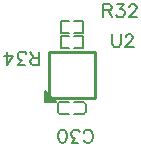
<source format=gto>
G04 Layer: TopSilkscreenLayer*
G04 EasyEDA v6.5.51, 2025-10-03 12:57:00*
G04 1774a4c295a541ecbbde68075a457707,a9d25c5918c043fd81c0204b4de1b791,10*
G04 Gerber Generator version 0.2*
G04 Scale: 100 percent, Rotated: No, Reflected: No *
G04 Dimensions in millimeters *
G04 leading zeros omitted , absolute positions ,4 integer and 5 decimal *
%FSLAX45Y45*%
%MOMM*%

%ADD10C,0.1524*%
%ADD11C,0.1520*%
%ADD12C,0.2540*%
%ADD13C,0.0143*%

%LPD*%
D10*
X1763516Y6374892D02*
G01*
X1768850Y6364478D01*
X1779264Y6354063D01*
X1789424Y6348984D01*
X1810252Y6348984D01*
X1820666Y6354063D01*
X1831080Y6364478D01*
X1836414Y6374892D01*
X1841494Y6390639D01*
X1841494Y6416547D01*
X1836414Y6432042D01*
X1831080Y6442455D01*
X1820666Y6452870D01*
X1810252Y6457950D01*
X1789424Y6457950D01*
X1779264Y6452870D01*
X1768850Y6442455D01*
X1763516Y6432042D01*
X1718812Y6348984D02*
G01*
X1661662Y6348984D01*
X1692904Y6390639D01*
X1677410Y6390639D01*
X1666996Y6395720D01*
X1661662Y6400800D01*
X1656582Y6416547D01*
X1656582Y6426962D01*
X1661662Y6442455D01*
X1672076Y6452870D01*
X1687824Y6457950D01*
X1703318Y6457950D01*
X1718812Y6452870D01*
X1724146Y6447789D01*
X1729226Y6437376D01*
X1591050Y6348984D02*
G01*
X1606544Y6354063D01*
X1616958Y6369812D01*
X1622292Y6395720D01*
X1622292Y6411213D01*
X1616958Y6437376D01*
X1606544Y6452870D01*
X1591050Y6457950D01*
X1580636Y6457950D01*
X1565142Y6452870D01*
X1554728Y6437376D01*
X1549394Y6411213D01*
X1549394Y6395720D01*
X1554728Y6369812D01*
X1565142Y6354063D01*
X1580636Y6348984D01*
X1591050Y6348984D01*
X2006617Y7265413D02*
G01*
X2006617Y7187435D01*
X2011697Y7171941D01*
X2022111Y7161527D01*
X2037859Y7156447D01*
X2048273Y7156447D01*
X2063767Y7161527D01*
X2074181Y7171941D01*
X2079261Y7187435D01*
X2079261Y7265413D01*
X2118885Y7239505D02*
G01*
X2118885Y7244585D01*
X2123965Y7254999D01*
X2129299Y7260333D01*
X2139713Y7265413D01*
X2160287Y7265413D01*
X2170701Y7260333D01*
X2176035Y7254999D01*
X2181115Y7244585D01*
X2181115Y7234171D01*
X2176035Y7223757D01*
X2165621Y7208263D01*
X2113551Y7156447D01*
X2186449Y7156447D01*
X1930392Y7519410D02*
G01*
X1930392Y7410444D01*
X1930392Y7519410D02*
G01*
X1977128Y7519410D01*
X1992622Y7514330D01*
X1997956Y7508996D01*
X2003036Y7498582D01*
X2003036Y7488168D01*
X1997956Y7477754D01*
X1992622Y7472674D01*
X1977128Y7467594D01*
X1930392Y7467594D01*
X1966714Y7467594D02*
G01*
X2003036Y7410444D01*
X2047740Y7519410D02*
G01*
X2104890Y7519410D01*
X2073902Y7477754D01*
X2089396Y7477754D01*
X2099810Y7472674D01*
X2104890Y7467594D01*
X2110224Y7451846D01*
X2110224Y7441432D01*
X2104890Y7425938D01*
X2094476Y7415524D01*
X2078982Y7410444D01*
X2063488Y7410444D01*
X2047740Y7415524D01*
X2042660Y7420604D01*
X2037326Y7431018D01*
X2149594Y7493502D02*
G01*
X2149594Y7498582D01*
X2154928Y7508996D01*
X2160008Y7514330D01*
X2170422Y7519410D01*
X2191250Y7519410D01*
X2201664Y7514330D01*
X2206744Y7508996D01*
X2212078Y7498582D01*
X2212078Y7488168D01*
X2206744Y7477754D01*
X2196330Y7462260D01*
X2144514Y7410444D01*
X2217158Y7410444D01*
X1384294Y7009378D02*
G01*
X1384294Y7118344D01*
X1384294Y7009378D02*
G01*
X1337558Y7009378D01*
X1322064Y7014458D01*
X1316730Y7019792D01*
X1311650Y7030206D01*
X1311650Y7040620D01*
X1316730Y7051034D01*
X1322064Y7056114D01*
X1337558Y7061194D01*
X1384294Y7061194D01*
X1347972Y7061194D02*
G01*
X1311650Y7118344D01*
X1266946Y7009378D02*
G01*
X1209796Y7009378D01*
X1240784Y7051034D01*
X1225290Y7051034D01*
X1214876Y7056114D01*
X1209796Y7061194D01*
X1204462Y7076942D01*
X1204462Y7087356D01*
X1209796Y7102850D01*
X1220210Y7113264D01*
X1235704Y7118344D01*
X1251198Y7118344D01*
X1266946Y7113264D01*
X1272026Y7108184D01*
X1277360Y7097770D01*
X1118356Y7009378D02*
G01*
X1170172Y7082022D01*
X1092194Y7082022D01*
X1118356Y7009378D02*
G01*
X1118356Y7118344D01*
G36*
X1438706Y6786473D02*
G01*
X1438706Y6696506D01*
X1528673Y6696506D01*
G37*
X1562066Y6592227D02*
G01*
X1641076Y6592227D01*
X1641076Y6691947D02*
G01*
X1562066Y6691947D01*
X1546826Y6676707D02*
G01*
X1546826Y6607467D01*
X1765327Y6592227D02*
G01*
X1686318Y6592227D01*
X1686318Y6691947D02*
G01*
X1765327Y6691947D01*
X1780567Y6676707D02*
G01*
X1780567Y6607467D01*
D11*
X1438696Y6786486D02*
G01*
X1438696Y6696486D01*
X1528696Y6696486D01*
X1438696Y6786486D01*
D12*
X1468696Y6726486D02*
G01*
X1468625Y6786613D01*
X1468625Y7116559D01*
X1468696Y7116488D01*
X1858769Y7116559D01*
X1858769Y6726415D01*
X1468625Y6726415D01*
D10*
X1641076Y7278024D02*
G01*
X1569272Y7278024D01*
X1569272Y7377744D01*
X1641076Y7377744D01*
X1686318Y7278024D02*
G01*
X1758121Y7278024D01*
X1758121Y7377744D01*
X1686318Y7377744D01*
X1686318Y7250744D02*
G01*
X1758121Y7250744D01*
X1758121Y7151024D01*
X1686318Y7151024D01*
X1641076Y7250744D02*
G01*
X1569272Y7250744D01*
X1569272Y7151024D01*
X1641076Y7151024D01*
G75*
G01*
X1562067Y6691948D02*
G03*
X1546827Y6676708I0J-15240D01*
G75*
G01*
X1546827Y6607467D02*
G03*
X1562067Y6592227I15240J0D01*
G75*
G01*
X1765328Y6691948D02*
G02*
X1780568Y6676708I0J-15240D01*
G75*
G01*
X1780568Y6607467D02*
G02*
X1765328Y6592227I-15240J0D01*
M02*

</source>
